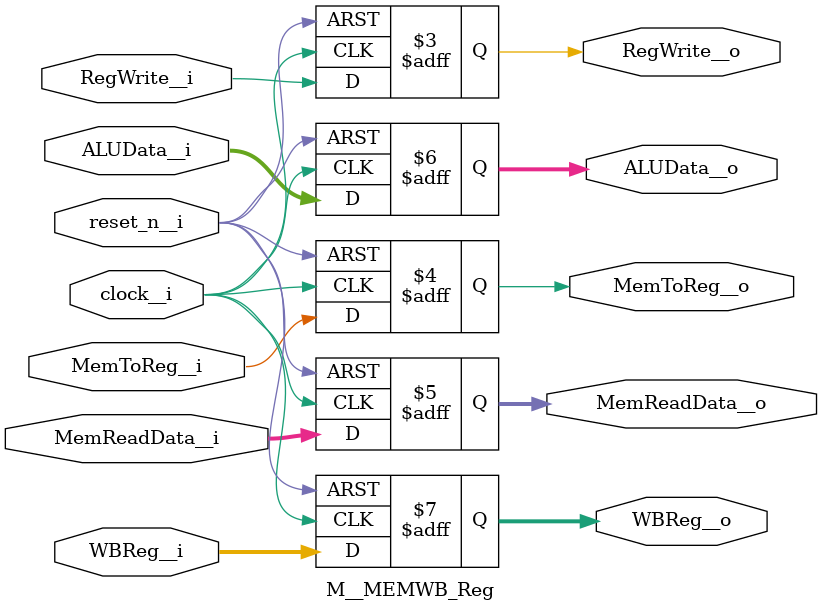
<source format=sv>
/*
 * ============================================================================
 *
 *  Name        :   M__MEMWB_Reg
 *  Author      :   Aditya Shevade
 *
 *  Description :   Pipeline register between MEM and WB stages.
 *
 * ============================================================================
 */

module M__MEMWB_Reg (
    input   wire            clock__i,
    input   wire            reset_n__i,
    input   wire            RegWrite__i,
    input   wire            MemToReg__i,
    input   wire    [31:0]  MemReadData__i,
    input   wire    [31:0]  ALUData__i,
    input   wire    [ 4:0]  WBReg__i,

    output  logic           RegWrite__o,
    output  logic           MemToReg__o,
    output  logic   [31:0]  MemReadData__o,
    output  logic   [31:0]  ALUData__o,
    output  logic   [ 4:0]  WBReg__o
);

    always @(posedge clock__i or negedge reset_n__i) begin
        if(~reset_n__i) begin
            RegWrite__o     <=  1'b0;
            MemToReg__o     <=  1'b0;
            MemReadData__o  <= 32'b0;
            ALUData__o      <= 32'b0;
            WBReg__o        <=  5'b0;
        end else begin
            RegWrite__o     <= RegWrite__i;
            MemToReg__o     <= MemToReg__i;
            MemReadData__o  <= MemReadData__i;
            ALUData__o      <= ALUData__i;
            WBReg__o        <= WBReg__i;
        end
    end

endmodule : M__MEMWB_Reg

</source>
